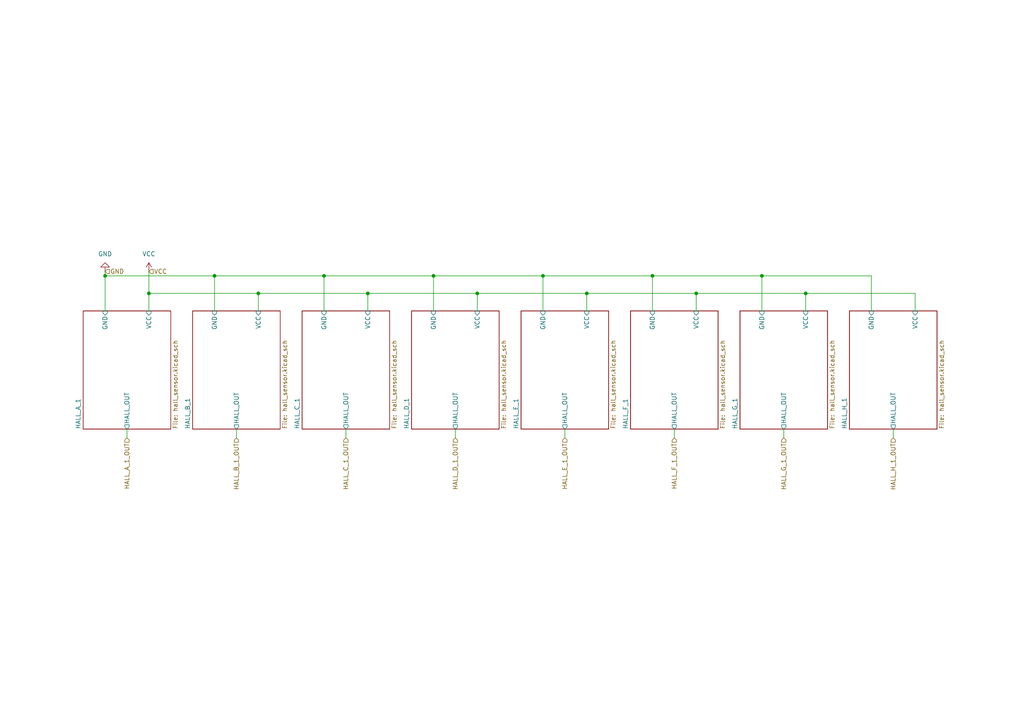
<source format=kicad_sch>
(kicad_sch (version 20250114) (generator "eeschema") (generator_version "9.0")
  (paper "A4")
  (lib_symbols
    (symbol "power:GND" (power) (pin_numbers (hide yes)) (pin_names (offset 0) (hide yes))
      (property "Value" "GND" (at 0 -3.81 0))
      (symbol "GND_0_1"
        (polyline (pts (xy 0 0) (xy 0 -1.27) (xy 1.27 -1.27) (xy 0 -2.54) (xy -1.27 -1.27) (xy 0 -1.27)))
      )
      (symbol "GND_1_1"
        (pin power_in line (at 0 0 270) (length 0) (name "~") (number "1"))
      )
    )
    (symbol "power:VCC" (power) (pin_numbers (hide yes)) (pin_names (offset 0) (hide yes))
      (property "Value" "VCC" (at 0 3.556 0))
      (symbol "VCC_0_1"
        (polyline (pts (xy -0.762 1.27) (xy 0 2.54)))
        (polyline (pts (xy 0 2.54) (xy 0.762 1.27)))
        (polyline (pts (xy 0 0) (xy 0 2.54)))
      )
      (symbol "VCC_1_1"
        (pin power_in line (at 0 0 90) (length 0) (name "~") (number "1"))
      )
    )
  )
  (junction (at 74.93 85.09))
  (junction (at 30.48 80.01))
  (junction (at 138.43 85.09))
  (junction (at 170.18 85.09))
  (junction (at 125.73 80.01))
  (junction (at 106.68 85.09))
  (junction (at 157.48 80.01))
  (junction (at 62.23 80.01))
  (junction (at 233.68 85.09))
  (junction (at 189.23 80.01))
  (junction (at 201.93 85.09))
  (junction (at 220.98 80.01))
  (junction (at 43.18 85.09))
  (junction (at 93.98 80.01))
  (wire (pts (xy 195.58 124.46) (xy 195.58 127)))
  (wire (pts (xy 252.73 80.01) (xy 252.73 90.17)))
  (wire (pts (xy 93.98 80.01) (xy 125.73 80.01)))
  (wire (pts (xy 233.68 85.09) (xy 265.43 85.09)))
  (wire (pts (xy 189.23 80.01) (xy 189.23 90.17)))
  (wire (pts (xy 259.08 124.46) (xy 259.08 127)))
  (wire (pts (xy 157.48 80.01) (xy 189.23 80.01)))
  (wire (pts (xy 201.93 85.09) (xy 201.93 90.17)))
  (wire (pts (xy 132.08 124.46) (xy 132.08 127)))
  (wire (pts (xy 30.48 80.01) (xy 62.23 80.01)))
  (wire (pts (xy 30.48 90.17) (xy 30.48 80.01)))
  (wire (pts (xy 93.98 80.01) (xy 93.98 90.17)))
  (wire (pts (xy 68.58 124.46) (xy 68.58 127)))
  (wire (pts (xy 62.23 80.01) (xy 93.98 80.01)))
  (wire (pts (xy 43.18 90.17) (xy 43.18 85.09)))
  (wire (pts (xy 125.73 80.01) (xy 157.48 80.01)))
  (wire (pts (xy 106.68 85.09) (xy 106.68 90.17)))
  (wire (pts (xy 138.43 85.09) (xy 170.18 85.09)))
  (wire (pts (xy 163.83 124.46) (xy 163.83 127)))
  (wire (pts (xy 220.98 80.01) (xy 252.73 80.01)))
  (wire (pts (xy 220.98 80.01) (xy 220.98 90.17)))
  (wire (pts (xy 189.23 80.01) (xy 220.98 80.01)))
  (wire (pts (xy 43.18 85.09) (xy 74.93 85.09)))
  (wire (pts (xy 30.48 78.74) (xy 30.48 80.01)))
  (wire (pts (xy 157.48 80.01) (xy 157.48 90.17)))
  (wire (pts (xy 201.93 85.09) (xy 233.68 85.09)))
  (wire (pts (xy 36.83 124.46) (xy 36.83 127)))
  (wire (pts (xy 138.43 85.09) (xy 138.43 90.17)))
  (wire (pts (xy 100.33 124.46) (xy 100.33 127)))
  (wire (pts (xy 74.93 85.09) (xy 74.93 90.17)))
  (wire (pts (xy 125.73 80.01) (xy 125.73 90.17)))
  (wire (pts (xy 233.68 85.09) (xy 233.68 90.17)))
  (wire (pts (xy 227.33 124.46) (xy 227.33 127)))
  (wire (pts (xy 43.18 78.74) (xy 43.18 85.09)))
  (wire (pts (xy 74.93 85.09) (xy 106.68 85.09)))
  (wire (pts (xy 265.43 85.09) (xy 265.43 90.17)))
  (wire (pts (xy 170.18 85.09) (xy 170.18 90.17)))
  (wire (pts (xy 170.18 85.09) (xy 201.93 85.09)))
  (wire (pts (xy 62.23 80.01) (xy 62.23 90.17)))
  (wire (pts (xy 106.68 85.09) (xy 138.43 85.09)))
  (hierarchical_label "HALL_A_1_OUT" (shape input) (at 36.83 127 270))
  (hierarchical_label "HALL_D_1_OUT" (shape input) (at 132.08 127 270))
  (hierarchical_label "HALL_G_1_OUT" (shape input) (at 227.33 127 270))
  (hierarchical_label "VCC" (shape input) (at 43.18 78.74 0))
  (hierarchical_label "HALL_F_1_OUT" (shape input) (at 195.58 127 270))
  (hierarchical_label "GND" (shape input) (at 30.48 78.74 0))
  (hierarchical_label "HALL_C_1_OUT" (shape input) (at 100.33 127 270))
  (hierarchical_label "HALL_E_1_OUT" (shape input) (at 163.83 127 270))
  (hierarchical_label "HALL_B_1_OUT" (shape input) (at 68.58 127 270))
  (hierarchical_label "HALL_H_1_OUT" (shape input) (at 259.08 127 270))
  (symbol (lib_id "power:VCC") (at 43.18 78.74 0) (unit 1)
    (property "Reference" "#PWR06" (effects (hide yes)))
    (property "Value" "VCC" (at 43.18 73.66 0))
    (property "Description" "Power symbol creates a global label with name \"VCC\"" (effects (hide yes)))
  )
  (symbol (lib_id "power:GND") (at 30.48 78.74 180) (unit 1)
    (property "Reference" "#PWR05" (effects (hide yes)))
    (property "Value" "GND" (at 30.48 73.66 0))
    (property "Description" "Power symbol creates a global label with name \"GND\" , ground" (effects (hide yes)))
  )
  (sheet (at 246.38 90.17) (size 25.4 34.29) (stroke (width 0.1524))
    (property "Sheetname" "HALL_H_1" (at 245.6684 124.46 90) (effects (justify left bottom)))
    (property "Sheetfile" "hall_sensor.kicad_sch" (at 272.3646 124.46 90) (effects (justify left top)))
    (pin "GND" input (at 252.73 90.17 90))
    (pin "HALL_OUT" output (at 259.08 124.46 270))
    (pin "VCC" input (at 265.43 90.17 90))
  )
  (sheet (at 24.13 90.17) (size 25.4 34.29) (stroke (width 0.1524))
    (property "Sheetname" "HALL_A_1" (at 23.4184 124.46 90) (effects (justify left bottom)))
    (property "Sheetfile" "hall_sensor.kicad_sch" (at 50.1146 124.46 90) (effects (justify left top)))
    (pin "GND" input (at 30.48 90.17 90))
    (pin "HALL_OUT" output (at 36.83 124.46 270))
    (pin "VCC" input (at 43.18 90.17 90))
  )
  (sheet (at 151.13 90.17) (size 25.4 34.29) (stroke (width 0.1524))
    (property "Sheetname" "HALL_E_1" (at 150.4184 124.46 90) (effects (justify left bottom)))
    (property "Sheetfile" "hall_sensor.kicad_sch" (at 177.1146 124.46 90) (effects (justify left top)))
    (pin "GND" input (at 157.48 90.17 90))
    (pin "HALL_OUT" output (at 163.83 124.46 270))
    (pin "VCC" input (at 170.18 90.17 90))
  )
  (sheet (at 87.63 90.17) (size 25.4 34.29) (stroke (width 0.1524))
    (property "Sheetname" "HALL_C_1" (at 86.9184 124.46 90) (effects (justify left bottom)))
    (property "Sheetfile" "hall_sensor.kicad_sch" (at 113.6146 124.46 90) (effects (justify left top)))
    (pin "GND" input (at 93.98 90.17 90))
    (pin "HALL_OUT" output (at 100.33 124.46 270))
    (pin "VCC" input (at 106.68 90.17 90))
  )
  (sheet (at 55.88 90.17) (size 25.4 34.29) (stroke (width 0.1524))
    (property "Sheetname" "HALL_B_1" (at 55.1684 124.46 90) (effects (justify left bottom)))
    (property "Sheetfile" "hall_sensor.kicad_sch" (at 81.8646 124.46 90) (effects (justify left top)))
    (pin "GND" input (at 62.23 90.17 90))
    (pin "HALL_OUT" output (at 68.58 124.46 270))
    (pin "VCC" input (at 74.93 90.17 90))
  )
  (sheet (at 182.88 90.17) (size 25.4 34.29) (stroke (width 0.1524))
    (property "Sheetname" "HALL_F_1" (at 182.1684 124.46 90) (effects (justify left bottom)))
    (property "Sheetfile" "hall_sensor.kicad_sch" (at 208.8646 124.46 90) (effects (justify left top)))
    (pin "GND" input (at 189.23 90.17 90))
    (pin "HALL_OUT" output (at 195.58 124.46 270))
    (pin "VCC" input (at 201.93 90.17 90))
  )
  (sheet (at 119.38 90.17) (size 25.4 34.29) (stroke (width 0.1524))
    (property "Sheetname" "HALL_D_1" (at 118.6684 124.46 90) (effects (justify left bottom)))
    (property "Sheetfile" "hall_sensor.kicad_sch" (at 145.3646 124.46 90) (effects (justify left top)))
    (pin "GND" input (at 125.73 90.17 90))
    (pin "HALL_OUT" output (at 132.08 124.46 270))
    (pin "VCC" input (at 138.43 90.17 90))
  )
  (sheet (at 214.63 90.17) (size 25.4 34.29) (stroke (width 0.1524))
    (property "Sheetname" "HALL_G_1" (at 213.9184 124.46 90) (effects (justify left bottom)))
    (property "Sheetfile" "hall_sensor.kicad_sch" (at 240.6146 124.46 90) (effects (justify left top)))
    (pin "GND" input (at 220.98 90.17 90))
    (pin "HALL_OUT" output (at 227.33 124.46 270))
    (pin "VCC" input (at 233.68 90.17 90))
  )
)
</source>
